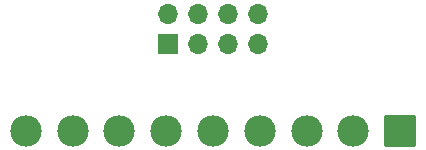
<source format=gbr>
%TF.GenerationSoftware,KiCad,Pcbnew,8.0.7*%
%TF.CreationDate,2024-12-28T15:26:56+01:00*%
%TF.ProjectId,MiSTery_DS2_Breakout,4d695354-6572-4795-9f44-53325f427265,rev?*%
%TF.SameCoordinates,Original*%
%TF.FileFunction,Soldermask,Bot*%
%TF.FilePolarity,Negative*%
%FSLAX46Y46*%
G04 Gerber Fmt 4.6, Leading zero omitted, Abs format (unit mm)*
G04 Created by KiCad (PCBNEW 8.0.7) date 2024-12-28 15:26:56*
%MOMM*%
%LPD*%
G01*
G04 APERTURE LIST*
G04 Aperture macros list*
%AMRoundRect*
0 Rectangle with rounded corners*
0 $1 Rounding radius*
0 $2 $3 $4 $5 $6 $7 $8 $9 X,Y pos of 4 corners*
0 Add a 4 corners polygon primitive as box body*
4,1,4,$2,$3,$4,$5,$6,$7,$8,$9,$2,$3,0*
0 Add four circle primitives for the rounded corners*
1,1,$1+$1,$2,$3*
1,1,$1+$1,$4,$5*
1,1,$1+$1,$6,$7*
1,1,$1+$1,$8,$9*
0 Add four rect primitives between the rounded corners*
20,1,$1+$1,$2,$3,$4,$5,0*
20,1,$1+$1,$4,$5,$6,$7,0*
20,1,$1+$1,$6,$7,$8,$9,0*
20,1,$1+$1,$8,$9,$2,$3,0*%
G04 Aperture macros list end*
%ADD10R,1.700000X1.700000*%
%ADD11O,1.700000X1.700000*%
%ADD12RoundRect,0.063500X-1.270000X-1.270000X1.270000X-1.270000X1.270000X1.270000X-1.270000X1.270000X0*%
%ADD13C,2.667000*%
G04 APERTURE END LIST*
D10*
%TO.C,J2*%
X171450000Y-100838000D03*
D11*
X171450000Y-98298000D03*
X173990000Y-100838000D03*
X173990000Y-98298000D03*
X176530000Y-100838000D03*
X176530000Y-98298000D03*
X179070000Y-100838000D03*
X179070000Y-98298000D03*
%TD*%
D12*
%TO.C,J1*%
X191100000Y-108204000D03*
D13*
X187140000Y-108204000D03*
X183180000Y-108204000D03*
X179220000Y-108204000D03*
X175260000Y-108204000D03*
X171300000Y-108204000D03*
X167340000Y-108204000D03*
X163380000Y-108204000D03*
X159420000Y-108204000D03*
%TD*%
M02*

</source>
